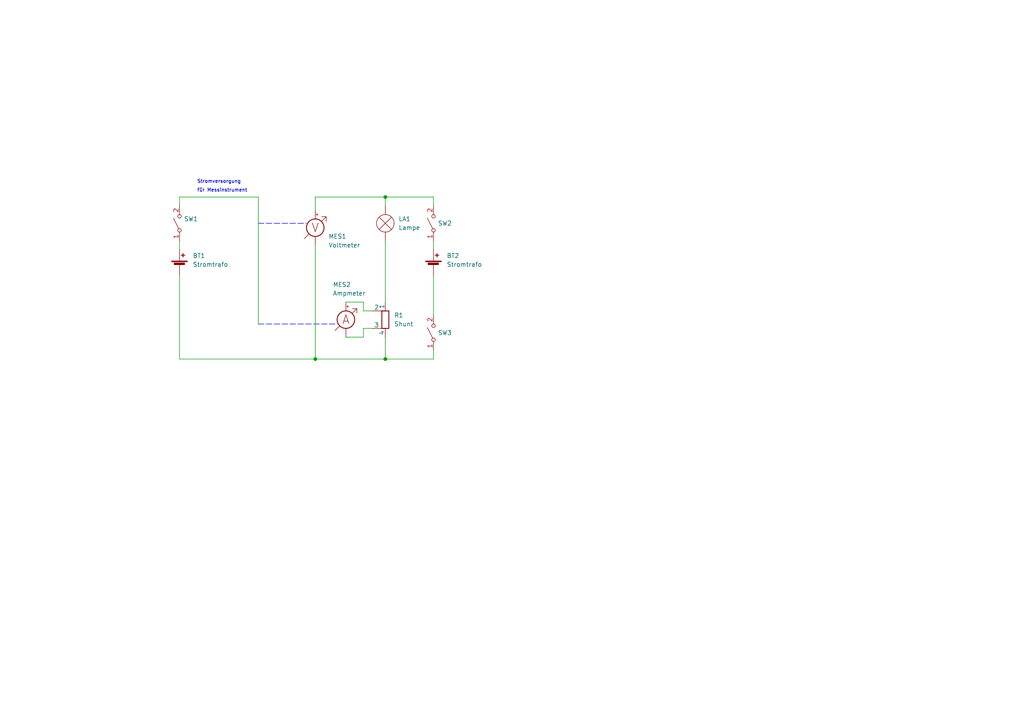
<source format=kicad_sch>
(kicad_sch (version 20211123) (generator eeschema)
  (paper "A4")
  (lib_symbols
    (symbol "Device:Ammeter_DC" (pin_numbers hide) (pin_names (offset 0.0254) hide)
      (property "Reference" "MES" (at -3.302 1.016 0))
      (property "Value" "Ammeter_DC" (at -3.302 -0.762 0))
      (symbol "Ammeter_DC_0_0"
        (polyline (pts (xy -3.175 -3.175) (xy -1.905 -1.905)))
        (polyline (pts (xy 1.905 1.905) (xy 3.175 3.175)))
        (polyline (pts (xy 1.905 3.175) (xy 3.175 3.175) (xy 3.175 1.905)))
        (text "A" (at 0 0 0) (effects (font (size 2.54 2.54))))
      )
      (symbol "Ammeter_DC_0_1"
        (polyline (pts (xy 0.254 3.81) (xy 0.762 3.81)))
        (polyline (pts (xy 0.508 4.064) (xy 0.508 3.556)))
        (circle (center 0 0) (radius 2.54) (stroke (width 0.254)))
      )
      (symbol "Ammeter_DC_1_1"
        (pin passive line (at 0 -5.08 90) (length 2.54) (name "-") (number "1"))
        (pin passive line (at 0 5.08 270) (length 2.54) (name "+") (number "2"))
      )
    )
    (symbol "Device:Battery_Cell" (pin_numbers hide) (pin_names (offset 0) hide)
      (property "Reference" "BT" (at 2.54 2.54 0))
      (property "Value" "Battery_Cell" (at 2.54 0 0))
      (symbol "Battery_Cell_0_1"
        (rectangle (start -2.286 1.778) (end 2.286 1.524) (fill (type outline)))
        (rectangle (start -1.5748 1.1938) (end 1.4732 0.6858) (fill (type outline)))
        (polyline (pts (xy 0 0.762) (xy 0 0)))
        (polyline (pts (xy 0 1.778) (xy 0 2.54)))
        (polyline (pts (xy 0.508 3.429) (xy 1.524 3.429)) (stroke (width 0.254)))
        (polyline (pts (xy 1.016 3.937) (xy 1.016 2.921)) (stroke (width 0.254)))
      )
      (symbol "Battery_Cell_1_1"
        (pin passive line (at 0 5.08 270) (length 2.54) (name "+") (number "1"))
        (pin passive line (at 0 -2.54 90) (length 2.54) (name "-") (number "2"))
      )
    )
    (symbol "Device:Lamp" (pin_numbers hide) (pin_names (offset 0.0254) hide)
      (property "Reference" "LA" (at 0.635 3.81 0))
      (property "Value" "Lamp" (at 0.635 -3.81 0))
      (symbol "Lamp_0_1"
        (polyline (pts (xy -1.778 1.778) (xy 1.778 -1.778)))
        (polyline (pts (xy 1.778 1.778) (xy -1.778 -1.778)))
        (circle (center 0 0) (radius 2.54))
      )
      (symbol "Lamp_1_1"
        (pin passive line (at 0 -5.08 90) (length 2.54) (name "-") (number "1"))
        (pin passive line (at 0 5.08 270) (length 2.54) (name "+") (number "2"))
      )
    )
    (symbol "Device:R_Shunt" (pin_numbers hide) (pin_names (offset 0))
      (property "Reference" "R" (at -4.445 0 90))
      (property "Value" "R_Shunt" (at -2.54 0 90))
      (symbol "R_Shunt_0_1"
        (rectangle (start -1.016 -2.54) (end 1.016 2.54) (stroke (width 0.254)))
        (polyline (pts (xy 0 -2.54) (xy 1.27 -2.54)))
        (polyline (pts (xy 1.27 2.54) (xy 0 2.54)))
      )
      (symbol "R_Shunt_1_1"
        (pin passive line (at 0 5.08 270) (length 2.54) (name "1") (number "1"))
        (pin passive line (at 3.81 2.54 180) (length 2.54) (name "2") (number "2"))
        (pin passive line (at 3.81 -2.54 180) (length 2.54) (name "3") (number "3"))
        (pin passive line (at 0 -5.08 90) (length 2.54) (name "4") (number "4"))
      )
    )
    (symbol "Device:Voltmeter_DC" (pin_numbers hide) (pin_names (offset 0.0254) hide)
      (property "Reference" "MES" (at -3.302 1.016 0))
      (property "Value" "Voltmeter_DC" (at -3.302 -0.762 0))
      (symbol "Voltmeter_DC_0_0"
        (polyline (pts (xy -3.175 -3.175) (xy -1.905 -1.905)))
        (polyline (pts (xy 1.905 1.905) (xy 3.175 3.175)))
        (polyline (pts (xy 1.905 3.175) (xy 3.175 3.175) (xy 3.175 1.905)))
        (text "V" (at 0 0 0) (effects (font (size 2.54 2.54))))
      )
      (symbol "Voltmeter_DC_0_1"
        (polyline (pts (xy 0.254 3.81) (xy 0.762 3.81)))
        (polyline (pts (xy 0.508 4.064) (xy 0.508 3.556)))
        (circle (center 0 0) (radius 2.54) (stroke (width 0.254)))
      )
      (symbol "Voltmeter_DC_1_1"
        (pin passive line (at 0 -5.08 90) (length 2.54) (name "-") (number "1"))
        (pin passive line (at 0 5.08 270) (length 2.54) (name "+") (number "2"))
      )
    )
    (symbol "Switch:SW_SPST" (pin_names (offset 0) hide)
      (property "Reference" "SW" (at 0 3.175 0))
      (property "Value" "SW_SPST" (at 0 -2.54 0))
      (symbol "SW_SPST_0_0"
        (circle (center -2.032 0) (radius 0.508))
        (polyline (pts (xy -1.524 0.254) (xy 1.524 1.778)))
        (circle (center 2.032 0) (radius 0.508))
      )
      (symbol "SW_SPST_1_1"
        (pin passive line (at -5.08 0 0) (length 2.54) (name "A") (number "1"))
        (pin passive line (at 5.08 0 180) (length 2.54) (name "B") (number "2"))
      )
    )
  )
  (junction (at 91.44 104.14))
  (junction (at 111.76 104.14))
  (junction (at 111.76 57.15))
  (wire (pts (xy 52.07 59.69) (xy 52.07 57.15)))
  (wire (pts (xy 105.41 97.79) (xy 105.41 95.25)))
  (wire (pts (xy 111.76 57.15) (xy 125.73 57.15)))
  (wire (pts (xy 100.33 87.63) (xy 105.41 87.63)))
  (wire (pts (xy 111.76 97.79) (xy 111.76 104.14)))
  (wire (pts (xy 111.76 59.69) (xy 111.76 57.15)))
  (wire (pts (xy 111.76 104.14) (xy 125.73 104.14)))
  (wire (pts (xy 52.07 104.14) (xy 91.44 104.14)))
  (wire (pts (xy 91.44 60.96) (xy 91.44 57.15)))
  (wire (pts (xy 91.44 104.14) (xy 111.76 104.14)))
  (polyline (pts (xy 74.93 93.98) (xy 97.79 93.98)))
  (wire (pts (xy 52.07 57.15) (xy 74.93 57.15)))
  (wire (pts (xy 91.44 71.12) (xy 91.44 104.14)))
  (polyline (pts (xy 74.93 64.77) (xy 88.9 64.77)))
  (wire (pts (xy 105.41 87.63) (xy 105.41 90.17)))
  (wire (pts (xy 74.93 57.15) (xy 74.93 93.98)))
  (wire (pts (xy 100.33 97.79) (xy 105.41 97.79)))
  (wire (pts (xy 125.73 104.14) (xy 125.73 101.6)))
  (wire (pts (xy 105.41 90.17) (xy 107.95 90.17)))
  (wire (pts (xy 125.73 57.15) (xy 125.73 59.69)))
  (wire (pts (xy 52.07 69.85) (xy 52.07 72.39)))
  (wire (pts (xy 111.76 69.85) (xy 111.76 87.63)))
  (wire (pts (xy 125.73 69.85) (xy 125.73 72.39)))
  (wire (pts (xy 125.73 80.01) (xy 125.73 91.44)))
  (wire (pts (xy 91.44 57.15) (xy 111.76 57.15)))
  (wire (pts (xy 52.07 80.01) (xy 52.07 104.14)))
  (wire (pts (xy 105.41 95.25) (xy 107.95 95.25)))
  (text "Stromversorgung" (at 57.15 53.34 0) (effects (font (size 1 1)) (justify left bottom)))
  (text "für Messinstrument" (at 57.15 55.88 0) (effects (font (size 1 1)) (justify left bottom)))
  (symbol (lib_id "Device:Voltmeter_DC") (at 91.44 66.04 0) (unit 1)
    (property "Reference" "MES1" (at 95.25 68.58 0) (effects (justify left)))
    (property "Value" "Voltmeter" (at 95.25 71.12 0) (effects (justify left)))
  )
  (symbol (lib_id "Switch:SW_SPST") (at 125.73 96.52 90) (unit 1)
    (property "Reference" "SW3" (at 127 96.5199 90) (effects (justify right)))
    (property "Value" "SW_SPST" (effects hide))
  )
  (symbol (lib_id "Device:Ammeter_DC") (at 100.33 92.71 0) (unit 1)
    (property "Reference" "MES2" (at 96.52 82.55 0) (effects (justify left)))
    (property "Value" "Ampmeter" (at 96.52 85.09 0) (effects (justify left)))
  )
  (symbol (lib_id "Switch:SW_SPST") (at 125.73 64.77 90) (unit 1)
    (property "Reference" "SW2" (at 127 64.7699 90) (effects (justify right)))
    (property "Value" "SW_SPST" (effects hide))
  )
  (symbol (lib_id "Device:Lamp") (at 111.76 64.77 0) (unit 1)
    (property "Reference" "LA1" (at 115.57 63.4999 0) (effects (justify left)))
    (property "Value" "Lampe" (at 115.57 66.0399 0) (effects (justify left)))
  )
  (symbol (lib_id "Device:R_Shunt") (at 111.76 92.71 0) (mirror y) (unit 1)
    (property "Reference" "R1" (at 114.3 91.4399 0) (effects (justify right)))
    (property "Value" "Shunt" (at 114.3 93.9799 0) (effects (justify right)))
  )
  (symbol (lib_id "Switch:SW_SPST") (at 52.07 64.77 90) (unit 1)
    (property "Reference" "SW1" (at 53.34 63.4999 90) (effects (justify right)))
    (property "Value" "SW_SPST" (effects hide))
  )
  (symbol (lib_id "Device:Battery_Cell") (at 125.73 77.47 0) (unit 1)
    (property "Reference" "BT2" (at 129.54 74.1679 0) (effects (justify left)))
    (property "Value" "Stromtrafo" (at 129.54 76.7079 0) (effects (justify left)))
  )
  (symbol (lib_id "Device:Battery_Cell") (at 52.07 77.47 0) (unit 1)
    (property "Reference" "BT1" (at 55.88 74.1679 0) (effects (justify left)))
    (property "Value" "Stromtrafo" (at 55.88 76.7079 0) (effects (justify left)))
  )
)
</source>
